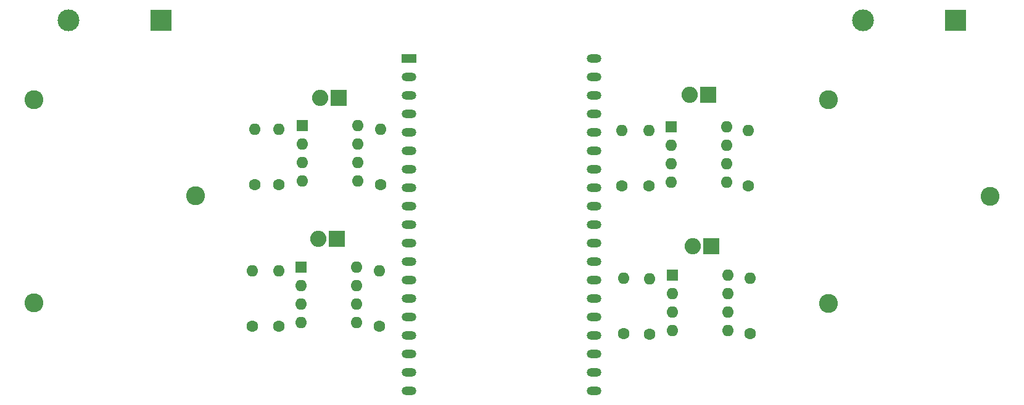
<source format=gbr>
%TF.GenerationSoftware,KiCad,Pcbnew,(7.0.0-0)*%
%TF.CreationDate,2023-03-03T08:57:53+01:00*%
%TF.ProjectId,sensor_circuit_board_esp32,73656e73-6f72-45f6-9369-72637569745f,rev?*%
%TF.SameCoordinates,Original*%
%TF.FileFunction,Soldermask,Top*%
%TF.FilePolarity,Negative*%
%FSLAX46Y46*%
G04 Gerber Fmt 4.6, Leading zero omitted, Abs format (unit mm)*
G04 Created by KiCad (PCBNEW (7.0.0-0)) date 2023-03-03 08:57:53*
%MOMM*%
%LPD*%
G01*
G04 APERTURE LIST*
%ADD10C,1.600000*%
%ADD11O,1.600000X1.600000*%
%ADD12C,2.600000*%
%ADD13R,3.000000X3.000000*%
%ADD14C,3.000000*%
%ADD15R,1.600000X1.600000*%
%ADD16R,2.000000X1.200000*%
%ADD17O,2.000000X1.200000*%
%ADD18R,2.240000X2.240000*%
%ADD19O,2.240000X2.240000*%
G04 APERTURE END LIST*
D10*
%TO.C,R6*%
X165918000Y-94892000D03*
D11*
X165917999Y-87271999D03*
%TD*%
D12*
%TO.C,BT1*%
X81530000Y-111000000D03*
X103730000Y-96250000D03*
X81530000Y-83000000D03*
D13*
X98979999Y-72099999D03*
D14*
X86280000Y-72100000D03*
%TD*%
D10*
%TO.C,R12*%
X179810000Y-115220000D03*
D11*
X179809999Y-107599999D03*
%TD*%
D15*
%TO.C,U1*%
X118369999Y-86559999D03*
D11*
X118369999Y-89099999D03*
X118369999Y-91639999D03*
X118369999Y-94179999D03*
X125989999Y-94179999D03*
X125989999Y-91639999D03*
X125989999Y-89099999D03*
X125989999Y-86559999D03*
%TD*%
D10*
%TO.C,R5*%
X111552000Y-114188000D03*
D11*
X111551999Y-106567999D03*
%TD*%
D16*
%TO.C,U5*%
X132989999Y-77366559D03*
D17*
X132989999Y-79906559D03*
X132989999Y-82446559D03*
X132989999Y-84986559D03*
X132989999Y-87526559D03*
X132989999Y-90066559D03*
X132989999Y-92606559D03*
X132989999Y-95146559D03*
X132989999Y-97686559D03*
X132989999Y-100226559D03*
X132989999Y-102766559D03*
X132989999Y-105306559D03*
X132989999Y-107846559D03*
X132989999Y-110386559D03*
X132989999Y-112926559D03*
X132989999Y-115466559D03*
X132989999Y-118006559D03*
X132989999Y-120546559D03*
X132989999Y-123086559D03*
X158386319Y-123083839D03*
X158386319Y-120543839D03*
X158389999Y-118006559D03*
X158389999Y-115466559D03*
X158389999Y-112926559D03*
X158389999Y-110386559D03*
X158389999Y-107846559D03*
X158389999Y-105306559D03*
X158389999Y-102766559D03*
X158389999Y-100226559D03*
X158389999Y-97686559D03*
X158389999Y-95146559D03*
X158389999Y-92606559D03*
X158389999Y-90066559D03*
X158389999Y-87526559D03*
X158389999Y-84986559D03*
X158389999Y-82446559D03*
X158389999Y-79906559D03*
X158389999Y-77366559D03*
%TD*%
D10*
%TO.C,R3*%
X115132000Y-114178000D03*
D11*
X115131999Y-106557999D03*
%TD*%
D15*
%TO.C,U4*%
X169209999Y-107129999D03*
D11*
X169209999Y-109669999D03*
X169209999Y-112209999D03*
X169209999Y-114749999D03*
X176829999Y-114749999D03*
X176829999Y-112209999D03*
X176829999Y-109669999D03*
X176829999Y-107129999D03*
%TD*%
D10*
%TO.C,R10*%
X179548000Y-94852000D03*
D11*
X179547999Y-87231999D03*
%TD*%
D10*
%TO.C,R4*%
X129100000Y-94690000D03*
D11*
X129099999Y-87069999D03*
%TD*%
D15*
%TO.C,U2*%
X118219999Y-106059999D03*
D11*
X118219999Y-108599999D03*
X118219999Y-111139999D03*
X118219999Y-113679999D03*
X125839999Y-113679999D03*
X125839999Y-111139999D03*
X125839999Y-108599999D03*
X125839999Y-106059999D03*
%TD*%
D10*
%TO.C,R11*%
X162520000Y-115230000D03*
D11*
X162519999Y-107609999D03*
%TD*%
D12*
%TO.C,BT2*%
X190590000Y-111030000D03*
X212790000Y-96280000D03*
X190590000Y-83030000D03*
D13*
X208039999Y-72129999D03*
D14*
X195340000Y-72130000D03*
%TD*%
D10*
%TO.C,R9*%
X166060000Y-115240000D03*
D11*
X166059999Y-107619999D03*
%TD*%
D18*
%TO.C,Rs4*%
X174539999Y-103159999D03*
D19*
X171999999Y-103159999D03*
%TD*%
D10*
%TO.C,R1*%
X115150000Y-94670000D03*
D11*
X115149999Y-87049999D03*
%TD*%
D18*
%TO.C,Rs1*%
X123339999Y-82749999D03*
D19*
X120799999Y-82749999D03*
%TD*%
D10*
%TO.C,R2*%
X111820000Y-94670000D03*
D11*
X111819999Y-87049999D03*
%TD*%
D10*
%TO.C,R7*%
X128912000Y-114218000D03*
D11*
X128911999Y-106597999D03*
%TD*%
D15*
%TO.C,U3*%
X168969999Y-86749999D03*
D11*
X168969999Y-89289999D03*
X168969999Y-91829999D03*
X168969999Y-94369999D03*
X176589999Y-94369999D03*
X176589999Y-91829999D03*
X176589999Y-89289999D03*
X176589999Y-86749999D03*
%TD*%
D18*
%TO.C,Rs2*%
X123091999Y-102147999D03*
D19*
X120551999Y-102147999D03*
%TD*%
D18*
%TO.C,Rs3*%
X174047999Y-82331999D03*
D19*
X171507999Y-82331999D03*
%TD*%
D10*
%TO.C,R8*%
X162228000Y-94852000D03*
D11*
X162227999Y-87231999D03*
%TD*%
M02*

</source>
